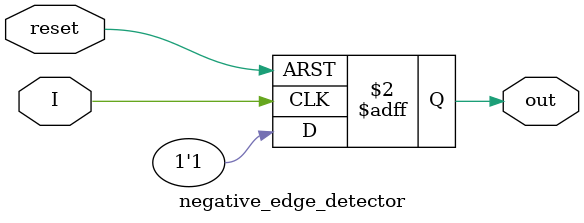
<source format=v>
module negative_edge_detector (
	input I,
	input reset,
	output reg out);
	
	always @ (negedge I or posedge reset) begin
		if (reset) out <= 1'b0;
		else out <= 1'b1;
	end
endmodule		
</source>
